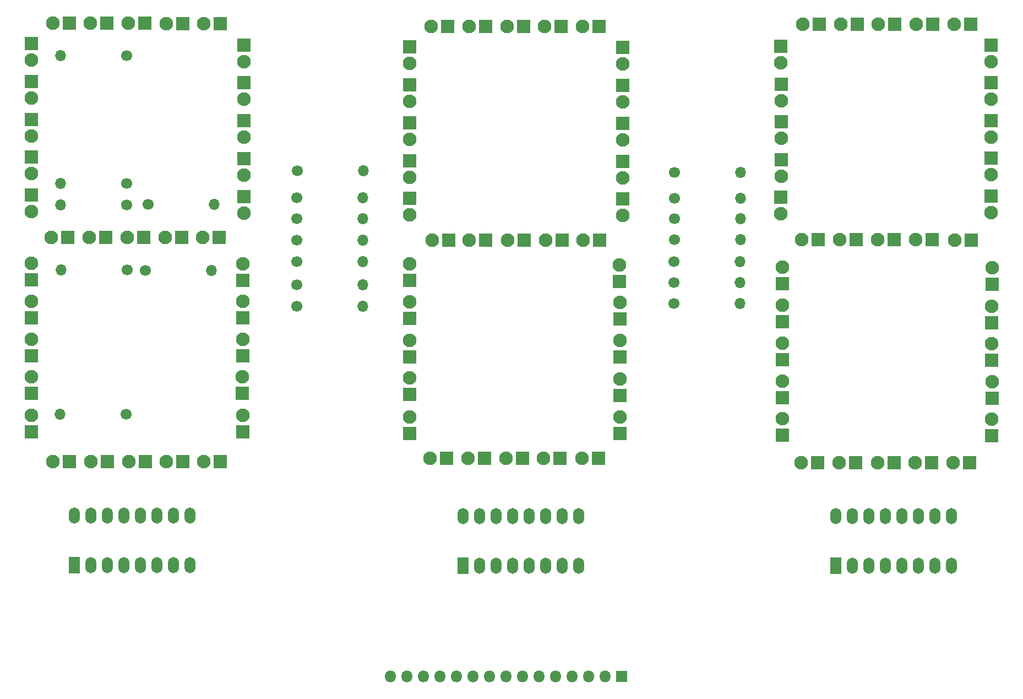
<source format=gbr>
%TF.GenerationSoftware,KiCad,Pcbnew,(5.1.6)-1*%
%TF.CreationDate,2021-04-12T17:18:31+02:00*%
%TF.ProjectId,_7SEG_Display_Board,5f375345-475f-4446-9973-706c61795f42,rev?*%
%TF.SameCoordinates,Original*%
%TF.FileFunction,Soldermask,Bot*%
%TF.FilePolarity,Negative*%
%FSLAX46Y46*%
G04 Gerber Fmt 4.6, Leading zero omitted, Abs format (unit mm)*
G04 Created by KiCad (PCBNEW (5.1.6)-1) date 2021-04-12 17:18:31*
%MOMM*%
%LPD*%
G01*
G04 APERTURE LIST*
%ADD10C,1.700000*%
%ADD11O,1.700000X1.700000*%
%ADD12C,2.100000*%
%ADD13R,2.100000X2.100000*%
%ADD14R,1.700000X2.500000*%
%ADD15O,1.700000X2.500000*%
%ADD16R,1.800000X1.800000*%
%ADD17O,1.800000X1.800000*%
G04 APERTURE END LIST*
D10*
%TO.C,R17*%
X85877400Y-75107800D03*
D11*
X75717400Y-75107800D03*
%TD*%
%TO.C,R18*%
X75653900Y-107238800D03*
D10*
X85813900Y-107238800D03*
%TD*%
%TO.C,R16*%
X85877400Y-71805800D03*
D11*
X75717400Y-71805800D03*
%TD*%
%TO.C,R20*%
X98958400Y-85140800D03*
D10*
X88798400Y-85140800D03*
%TD*%
%TO.C,R21*%
X89242900Y-75044300D03*
D11*
X99402900Y-75044300D03*
%TD*%
D10*
%TO.C,R15*%
X86004400Y-85077300D03*
D11*
X75844400Y-85077300D03*
%TD*%
%TO.C,R19*%
X75780900Y-52184300D03*
D10*
X85940900Y-52184300D03*
%TD*%
D12*
%TO.C,D1*%
X186750400Y-107934800D03*
D13*
X186750400Y-110474800D03*
%TD*%
D12*
%TO.C,D2*%
X218950400Y-107984800D03*
D13*
X218950400Y-110524800D03*
%TD*%
%TO.C,D3*%
X215556400Y-114680800D03*
D12*
X213016400Y-114680800D03*
%TD*%
D13*
%TO.C,D4*%
X186514400Y-50692800D03*
D12*
X186514400Y-53232800D03*
%TD*%
%TO.C,D5*%
X218850400Y-53034800D03*
D13*
X218850400Y-50494800D03*
%TD*%
D12*
%TO.C,D6*%
X213260400Y-80468800D03*
D13*
X215800400Y-80468800D03*
%TD*%
D12*
%TO.C,D7*%
X213164400Y-47292800D03*
D13*
X215704400Y-47292800D03*
%TD*%
%TO.C,D8*%
X186750400Y-104726800D03*
D12*
X186750400Y-102186800D03*
%TD*%
D13*
%TO.C,D9*%
X218960400Y-104766800D03*
D12*
X218960400Y-102226800D03*
%TD*%
D13*
%TO.C,D10*%
X209716400Y-114680800D03*
D12*
X207176400Y-114680800D03*
%TD*%
D13*
%TO.C,D11*%
X186534400Y-56502800D03*
D12*
X186534400Y-59042800D03*
%TD*%
%TO.C,D12*%
X218850400Y-58854800D03*
D13*
X218850400Y-56314800D03*
%TD*%
%TO.C,D13*%
X209806400Y-80456800D03*
D12*
X207266400Y-80456800D03*
%TD*%
%TO.C,D14*%
X207344400Y-47282800D03*
D13*
X209884400Y-47282800D03*
%TD*%
D12*
%TO.C,D15*%
X186760400Y-96326800D03*
D13*
X186760400Y-98866800D03*
%TD*%
D12*
%TO.C,D16*%
X218950400Y-96426800D03*
D13*
X218950400Y-98966800D03*
%TD*%
%TO.C,D17*%
X203886400Y-114680800D03*
D12*
X201346400Y-114680800D03*
%TD*%
D13*
%TO.C,D18*%
X186534400Y-62292800D03*
D12*
X186534400Y-64832800D03*
%TD*%
D13*
%TO.C,D19*%
X218850400Y-62114800D03*
D12*
X218850400Y-64654800D03*
%TD*%
D13*
%TO.C,D20*%
X203956400Y-80456800D03*
D12*
X201416400Y-80456800D03*
%TD*%
%TO.C,D21*%
X201504400Y-47292800D03*
D13*
X204044400Y-47292800D03*
%TD*%
%TO.C,D22*%
X186760400Y-93066800D03*
D12*
X186760400Y-90526800D03*
%TD*%
D13*
%TO.C,D23*%
X218940400Y-93166800D03*
D12*
X218940400Y-90626800D03*
%TD*%
%TO.C,D24*%
X195486400Y-114680800D03*
D13*
X198026400Y-114680800D03*
%TD*%
D12*
%TO.C,D25*%
X186534400Y-70642800D03*
D13*
X186534400Y-68102800D03*
%TD*%
%TO.C,D26*%
X218850400Y-67924800D03*
D12*
X218850400Y-70464800D03*
%TD*%
%TO.C,D27*%
X195576400Y-80446800D03*
D13*
X198116400Y-80446800D03*
%TD*%
%TO.C,D28*%
X198264400Y-47292800D03*
D12*
X195724400Y-47292800D03*
%TD*%
%TO.C,D29*%
X186760400Y-84676800D03*
D13*
X186760400Y-87216800D03*
%TD*%
%TO.C,D30*%
X218980400Y-87316800D03*
D12*
X218980400Y-84776800D03*
%TD*%
%TO.C,D31*%
X189626400Y-114690800D03*
D13*
X192166400Y-114690800D03*
%TD*%
D12*
%TO.C,D32*%
X186524400Y-76462800D03*
D13*
X186524400Y-73922800D03*
%TD*%
%TO.C,D33*%
X218850400Y-73764800D03*
D12*
X218850400Y-76304800D03*
%TD*%
%TO.C,D34*%
X189726400Y-80436800D03*
D13*
X192266400Y-80436800D03*
%TD*%
%TO.C,D35*%
X192414400Y-47292800D03*
D12*
X189874400Y-47292800D03*
%TD*%
D10*
%TO.C,R1*%
X170070400Y-86984800D03*
D11*
X180230400Y-86984800D03*
%TD*%
%TO.C,R2*%
X180244400Y-83802800D03*
D10*
X170084400Y-83802800D03*
%TD*%
D11*
%TO.C,R3*%
X180240400Y-90244800D03*
D10*
X170080400Y-90244800D03*
%TD*%
%TO.C,R4*%
X170140400Y-74084800D03*
D11*
X180300400Y-74084800D03*
%TD*%
%TO.C,R5*%
X180284400Y-77232800D03*
D10*
X170124400Y-77232800D03*
%TD*%
%TO.C,R6*%
X170124400Y-80432800D03*
D11*
X180284400Y-80432800D03*
%TD*%
D10*
%TO.C,R7*%
X170140400Y-70074800D03*
D11*
X180300400Y-70074800D03*
%TD*%
D14*
%TO.C,U3*%
X194950400Y-130574800D03*
D15*
X212730400Y-122954800D03*
X197490400Y-130574800D03*
X210190400Y-122954800D03*
X200030400Y-130574800D03*
X207650400Y-122954800D03*
X202570400Y-130574800D03*
X205110400Y-122954800D03*
X205110400Y-130574800D03*
X202570400Y-122954800D03*
X207650400Y-130574800D03*
X200030400Y-122954800D03*
X210190400Y-130574800D03*
X197490400Y-122954800D03*
X212730400Y-130574800D03*
X194950400Y-122954800D03*
%TD*%
D12*
%TO.C,D36*%
X129428400Y-84184800D03*
D13*
X129428400Y-86724800D03*
%TD*%
%TO.C,D37*%
X129428400Y-92544800D03*
D12*
X129428400Y-90004800D03*
%TD*%
D13*
%TO.C,D38*%
X129418400Y-98414800D03*
D12*
X129418400Y-95874800D03*
%TD*%
%TO.C,D39*%
X129398400Y-101694800D03*
D13*
X129398400Y-104234800D03*
%TD*%
%TO.C,D40*%
X129398400Y-110216800D03*
D12*
X129398400Y-107676800D03*
%TD*%
D13*
%TO.C,D41*%
X129444400Y-50784800D03*
D12*
X129444400Y-53324800D03*
%TD*%
%TO.C,D42*%
X129444400Y-59164800D03*
D13*
X129444400Y-56624800D03*
%TD*%
D12*
%TO.C,D43*%
X129444400Y-64994800D03*
D13*
X129444400Y-62454800D03*
%TD*%
%TO.C,D44*%
X129444400Y-68294800D03*
D12*
X129444400Y-70834800D03*
%TD*%
D13*
%TO.C,D45*%
X129454400Y-74094800D03*
D12*
X129454400Y-76634800D03*
%TD*%
%TO.C,D46*%
X155902400Y-114054800D03*
D13*
X158442400Y-114054800D03*
%TD*%
D12*
%TO.C,D47*%
X156014400Y-47612800D03*
D13*
X158554400Y-47612800D03*
%TD*%
D12*
%TO.C,D48*%
X150002400Y-114064800D03*
D13*
X152542400Y-114064800D03*
%TD*%
%TO.C,D49*%
X135388400Y-80498800D03*
D12*
X132848400Y-80498800D03*
%TD*%
%TO.C,D50*%
X150194400Y-47612800D03*
D13*
X152734400Y-47612800D03*
%TD*%
%TO.C,D51*%
X141138400Y-80498800D03*
D12*
X138598400Y-80498800D03*
%TD*%
%TO.C,D52*%
X144222400Y-114064800D03*
D13*
X146762400Y-114064800D03*
%TD*%
%TO.C,D53*%
X146904400Y-47622800D03*
D12*
X144364400Y-47622800D03*
%TD*%
%TO.C,D54*%
X144458400Y-80498800D03*
D13*
X146998400Y-80498800D03*
%TD*%
%TO.C,D55*%
X140902400Y-114064800D03*
D12*
X138362400Y-114064800D03*
%TD*%
D13*
%TO.C,D56*%
X141074400Y-47622800D03*
D12*
X138534400Y-47622800D03*
%TD*%
D13*
%TO.C,D57*%
X135092400Y-114064800D03*
D12*
X132552400Y-114064800D03*
%TD*%
%TO.C,D58*%
X150298400Y-80518800D03*
D13*
X152838400Y-80518800D03*
%TD*%
%TO.C,D59*%
X135264400Y-47622800D03*
D12*
X132724400Y-47622800D03*
%TD*%
%TO.C,D60*%
X156088400Y-80528800D03*
D13*
X158628400Y-80528800D03*
%TD*%
%TO.C,D61*%
X161726400Y-110216800D03*
D12*
X161726400Y-107676800D03*
%TD*%
D13*
%TO.C,D62*%
X161726400Y-104346800D03*
D12*
X161726400Y-101806800D03*
%TD*%
D13*
%TO.C,D63*%
X161726400Y-98486800D03*
D12*
X161726400Y-95946800D03*
%TD*%
%TO.C,D64*%
X161726400Y-90096800D03*
D13*
X161726400Y-92636800D03*
%TD*%
D12*
%TO.C,D65*%
X161716400Y-84276800D03*
D13*
X161716400Y-86816800D03*
%TD*%
D12*
%TO.C,D66*%
X162154400Y-76734800D03*
D13*
X162154400Y-74194800D03*
%TD*%
D12*
%TO.C,D67*%
X162154400Y-70954800D03*
D13*
X162154400Y-68414800D03*
%TD*%
D12*
%TO.C,D68*%
X162154400Y-65074800D03*
D13*
X162154400Y-62534800D03*
%TD*%
%TO.C,D69*%
X162154400Y-56744800D03*
D12*
X162154400Y-59284800D03*
%TD*%
D13*
%TO.C,D70*%
X162144400Y-50864800D03*
D12*
X162144400Y-53404800D03*
%TD*%
D10*
%TO.C,R8*%
X112096400Y-87384800D03*
D11*
X122256400Y-87384800D03*
%TD*%
D10*
%TO.C,R9*%
X112104400Y-74014800D03*
D11*
X122264400Y-74014800D03*
%TD*%
D10*
%TO.C,R10*%
X112096400Y-80526800D03*
D11*
X122256400Y-80526800D03*
%TD*%
%TO.C,R11*%
X122256400Y-90686800D03*
D10*
X112096400Y-90686800D03*
%TD*%
%TO.C,R12*%
X112128400Y-69830800D03*
D11*
X122288400Y-69830800D03*
%TD*%
%TO.C,R13*%
X122256400Y-83828800D03*
D10*
X112096400Y-83828800D03*
%TD*%
D11*
%TO.C,R14*%
X122256400Y-77224800D03*
D10*
X112096400Y-77224800D03*
%TD*%
D14*
%TO.C,U1*%
X137654400Y-130570800D03*
D15*
X155434400Y-122950800D03*
X140194400Y-130570800D03*
X152894400Y-122950800D03*
X142734400Y-130570800D03*
X150354400Y-122950800D03*
X145274400Y-130570800D03*
X147814400Y-122950800D03*
X147814400Y-130570800D03*
X145274400Y-122950800D03*
X150354400Y-130570800D03*
X142734400Y-122950800D03*
X152894400Y-130570800D03*
X140194400Y-122950800D03*
X155434400Y-130570800D03*
X137654400Y-122950800D03*
%TD*%
D12*
%TO.C,D71*%
X71264400Y-84094800D03*
D13*
X71264400Y-86634800D03*
%TD*%
%TO.C,D72*%
X71264400Y-92464800D03*
D12*
X71264400Y-89924800D03*
%TD*%
D13*
%TO.C,D73*%
X71274400Y-98254800D03*
D12*
X71274400Y-95714800D03*
%TD*%
%TO.C,D74*%
X71274400Y-101504800D03*
D13*
X71274400Y-104044800D03*
%TD*%
%TO.C,D75*%
X71264400Y-109962800D03*
D12*
X71264400Y-107422800D03*
%TD*%
%TO.C,D76*%
X71254400Y-52804800D03*
D13*
X71254400Y-50264800D03*
%TD*%
D12*
%TO.C,D77*%
X71244400Y-58634800D03*
D13*
X71244400Y-56094800D03*
%TD*%
D12*
%TO.C,D78*%
X71234400Y-64464800D03*
D13*
X71234400Y-61924800D03*
%TD*%
%TO.C,D79*%
X71234400Y-67734800D03*
D12*
X71234400Y-70274800D03*
%TD*%
D13*
%TO.C,D80*%
X71224400Y-73594800D03*
D12*
X71224400Y-76134800D03*
%TD*%
%TO.C,D81*%
X97794400Y-114538800D03*
D13*
X100334400Y-114538800D03*
%TD*%
D12*
%TO.C,D82*%
X97794400Y-47204800D03*
D13*
X100334400Y-47204800D03*
%TD*%
D12*
%TO.C,D83*%
X92004400Y-114548800D03*
D13*
X94544400Y-114548800D03*
%TD*%
%TO.C,D84*%
X76874400Y-80104800D03*
D12*
X74334400Y-80104800D03*
%TD*%
%TO.C,D85*%
X91984400Y-47194800D03*
D13*
X94524400Y-47194800D03*
%TD*%
%TO.C,D86*%
X82684400Y-80104800D03*
D12*
X80144400Y-80104800D03*
%TD*%
%TO.C,D87*%
X86214400Y-114528800D03*
D13*
X88754400Y-114528800D03*
%TD*%
%TO.C,D88*%
X88674400Y-47184800D03*
D12*
X86134400Y-47184800D03*
%TD*%
%TO.C,D89*%
X85944400Y-80104800D03*
D13*
X88484400Y-80104800D03*
%TD*%
%TO.C,D90*%
X82934400Y-114518800D03*
D12*
X80394400Y-114518800D03*
%TD*%
D13*
%TO.C,D91*%
X82874400Y-47184800D03*
D12*
X80334400Y-47184800D03*
%TD*%
D13*
%TO.C,D92*%
X77124400Y-114508800D03*
D12*
X74584400Y-114508800D03*
%TD*%
%TO.C,D93*%
X91794400Y-80104800D03*
D13*
X94334400Y-80104800D03*
%TD*%
%TO.C,D94*%
X77074400Y-47184800D03*
D12*
X74534400Y-47184800D03*
%TD*%
%TO.C,D95*%
X97584400Y-80094800D03*
D13*
X100124400Y-80094800D03*
%TD*%
%TO.C,D96*%
X103746400Y-109962800D03*
D12*
X103746400Y-107422800D03*
%TD*%
D13*
%TO.C,D97*%
X103714400Y-104084800D03*
D12*
X103714400Y-101544800D03*
%TD*%
D13*
%TO.C,D98*%
X103724400Y-98264800D03*
D12*
X103724400Y-95724800D03*
%TD*%
%TO.C,D99*%
X103724400Y-89924800D03*
D13*
X103724400Y-92464800D03*
%TD*%
D12*
%TO.C,D100*%
X103724400Y-84134800D03*
D13*
X103724400Y-86674800D03*
%TD*%
D12*
%TO.C,D101*%
X103958400Y-76322800D03*
D13*
X103958400Y-73782800D03*
%TD*%
D12*
%TO.C,D102*%
X103958400Y-70552800D03*
D13*
X103958400Y-68012800D03*
%TD*%
%TO.C,D103*%
X103958400Y-62142800D03*
D12*
X103958400Y-64682800D03*
%TD*%
D13*
%TO.C,D104*%
X103948400Y-56292800D03*
D12*
X103948400Y-58832800D03*
%TD*%
D13*
%TO.C,D105*%
X103958400Y-50492800D03*
D12*
X103958400Y-53032800D03*
%TD*%
D16*
%TO.C,J1*%
X162052000Y-147574000D03*
D17*
X159512000Y-147574000D03*
X156972000Y-147574000D03*
X154432000Y-147574000D03*
X151892000Y-147574000D03*
X149352000Y-147574000D03*
X146812000Y-147574000D03*
X144272000Y-147574000D03*
X141732000Y-147574000D03*
X139192000Y-147574000D03*
X136652000Y-147574000D03*
X134112000Y-147574000D03*
X131572000Y-147574000D03*
X129032000Y-147574000D03*
X126492000Y-147574000D03*
%TD*%
D14*
%TO.C,U2*%
X77878400Y-130492800D03*
D15*
X95658400Y-122872800D03*
X80418400Y-130492800D03*
X93118400Y-122872800D03*
X82958400Y-130492800D03*
X90578400Y-122872800D03*
X85498400Y-130492800D03*
X88038400Y-122872800D03*
X88038400Y-130492800D03*
X85498400Y-122872800D03*
X90578400Y-130492800D03*
X82958400Y-122872800D03*
X93118400Y-130492800D03*
X80418400Y-122872800D03*
X95658400Y-130492800D03*
X77878400Y-122872800D03*
%TD*%
M02*

</source>
